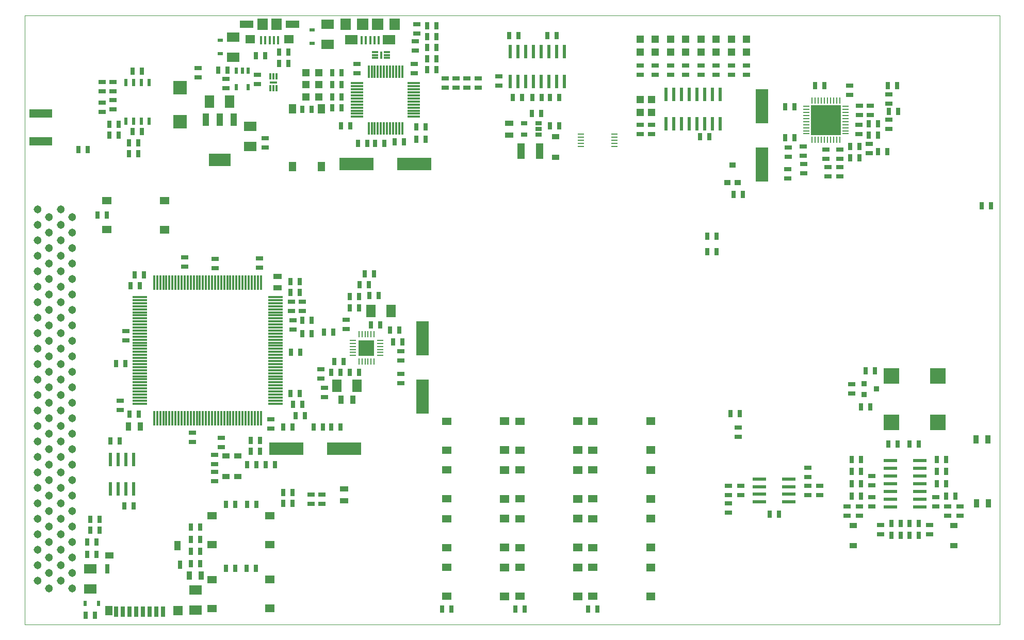
<source format=gtp>
G04 (created by PCBNEW-RS274X (2011-07-08 BZR 3044)-stable) date 07/12/2011 16:14:23*
G01*
G70*
G90*
%MOIN*%
G04 Gerber Fmt 3.4, Leading zero omitted, Abs format*
%FSLAX34Y34*%
G04 APERTURE LIST*
%ADD10C,0.006000*%
%ADD11C,0.003900*%
%ADD12R,0.040500X0.011800*%
%ADD13R,0.017700X0.051100*%
%ADD14R,0.009800X0.039300*%
%ADD15R,0.039300X0.009800*%
%ADD16R,0.098400X0.098400*%
%ADD17R,0.082600X0.220400*%
%ADD18R,0.220400X0.082600*%
%ADD19R,0.015700X0.053100*%
%ADD20R,0.070900X0.074800*%
%ADD21R,0.074800X0.074800*%
%ADD22R,0.082700X0.063000*%
%ADD23R,0.090600X0.051200*%
%ADD24R,0.063000X0.055100*%
%ADD25R,0.039300X0.027500*%
%ADD26R,0.036000X0.036000*%
%ADD27R,0.144000X0.080000*%
%ADD28R,0.040000X0.080000*%
%ADD29R,0.023600X0.041300*%
%ADD30R,0.024800X0.032600*%
%ADD31R,0.032600X0.024800*%
%ADD32R,0.047200X0.035400*%
%ADD33R,0.020000X0.045000*%
%ADD34R,0.150000X0.055000*%
%ADD35R,0.050000X0.100000*%
%ADD36R,0.080000X0.060000*%
%ADD37R,0.060000X0.080000*%
%ADD38R,0.055000X0.035000*%
%ADD39R,0.035000X0.055000*%
%ADD40R,0.045000X0.025000*%
%ADD41R,0.025000X0.045000*%
%ADD42R,0.039300X0.035400*%
%ADD43R,0.043300X0.035400*%
%ADD44R,0.086600X0.086600*%
%ADD45R,0.047200X0.047200*%
%ADD46C,0.051400*%
%ADD47R,0.051200X0.059100*%
%ADD48R,0.027600X0.068900*%
%ADD49R,0.059100X0.059100*%
%ADD50R,0.031500X0.055100*%
%ADD51R,0.031500X0.059100*%
%ADD52R,0.039400X0.061000*%
%ADD53R,0.057100X0.039400*%
%ADD54R,0.059000X0.049200*%
%ADD55R,0.049200X0.059000*%
%ADD56R,0.092500X0.011800*%
%ADD57R,0.011800X0.092500*%
%ADD58R,0.011800X0.078700*%
%ADD59R,0.078700X0.011800*%
%ADD60R,0.043300X0.009800*%
%ADD61R,0.100000X0.100000*%
%ADD62R,0.023600X0.086600*%
%ADD63R,0.086600X0.023600*%
%ADD64R,0.041300X0.009800*%
%ADD65R,0.009800X0.041300*%
%ADD66R,0.192900X0.192900*%
%ADD67R,0.011800X0.040500*%
%ADD68R,0.051100X0.017700*%
G04 APERTURE END LIST*
G54D10*
G54D11*
X62992Y00000D02*
X00000Y00000D01*
X62992Y39370D02*
X62992Y00000D01*
X00000Y39370D02*
X62992Y39370D01*
X00000Y00000D02*
X00000Y39370D01*
G54D12*
X22654Y37007D03*
X22654Y36811D03*
X22654Y36615D03*
X23408Y36615D03*
X23408Y36811D03*
X23408Y37007D03*
G54D13*
X23031Y36811D03*
G54D14*
X21595Y16989D03*
X21792Y16989D03*
X21989Y16989D03*
X22185Y16989D03*
X22382Y16989D03*
X22579Y16989D03*
G54D15*
X22972Y17382D03*
X22972Y17579D03*
X22972Y17776D03*
X22972Y17972D03*
X22972Y18169D03*
X22972Y18366D03*
G54D14*
X22579Y18759D03*
X22382Y18759D03*
X22185Y18759D03*
X21989Y18759D03*
X21792Y18759D03*
X21595Y18759D03*
G54D15*
X21202Y18366D03*
X21202Y18169D03*
X21202Y17972D03*
X21202Y17776D03*
X21202Y17579D03*
X21202Y17382D03*
G54D16*
X22087Y17874D03*
G54D17*
X47638Y33484D03*
X47638Y29744D03*
G54D18*
X20650Y11378D03*
X16910Y11378D03*
G54D17*
X25709Y14744D03*
X25709Y18484D03*
G54D10*
G36*
X24075Y30177D02*
X26279Y30177D01*
X26279Y29351D01*
X24075Y29351D01*
X24075Y30177D01*
X24075Y30177D01*
G37*
G54D18*
X21437Y29764D03*
G54D19*
X21774Y37747D03*
X22050Y37747D03*
X22325Y37747D03*
X22600Y37747D03*
X22876Y37747D03*
G54D20*
X23900Y38800D03*
X20750Y38800D03*
G54D21*
X22797Y38800D03*
X21853Y38800D03*
G54D22*
X23545Y37796D03*
X21105Y37796D03*
G54D19*
X15275Y37747D03*
X15551Y37747D03*
X15826Y37747D03*
X16101Y37747D03*
X16377Y37747D03*
G54D23*
X17302Y38800D03*
X14350Y38800D03*
G54D20*
X16279Y38800D03*
X15373Y38800D03*
G54D24*
X17086Y37835D03*
X14566Y37835D03*
G54D25*
X33210Y31655D03*
X33210Y32029D03*
X33210Y32403D03*
X32266Y32403D03*
X32266Y31655D03*
G54D26*
X54228Y14868D03*
X54228Y15568D03*
X55028Y15218D03*
G54D27*
X12599Y30038D03*
G54D28*
X12599Y32638D03*
X11699Y32638D03*
X13499Y32638D03*
G54D29*
X14429Y35787D03*
X14055Y35787D03*
X13681Y35787D03*
X13681Y34725D03*
X14429Y34725D03*
G54D30*
X03894Y01377D03*
X04768Y01377D03*
G54D31*
X12638Y37760D03*
X12638Y36886D03*
X18583Y38429D03*
X18583Y37555D03*
G54D32*
X34291Y31525D03*
X34291Y30207D03*
X12992Y10895D03*
X12992Y09577D03*
X13780Y10895D03*
X13780Y09577D03*
X60039Y05089D03*
X60039Y06407D03*
X53543Y05089D03*
X53543Y06407D03*
G54D33*
X08034Y32531D03*
X07534Y32531D03*
X07034Y32531D03*
X06534Y32531D03*
X06534Y35031D03*
X07034Y35031D03*
X07534Y35031D03*
X08034Y35031D03*
G54D34*
X01024Y33026D03*
X01024Y31226D03*
G54D35*
X32077Y30591D03*
X33277Y30591D03*
G54D36*
X19567Y38800D03*
X19567Y37500D03*
G54D37*
X22381Y20276D03*
X23681Y20276D03*
X11948Y33779D03*
X13248Y33779D03*
G54D36*
X13465Y37973D03*
X13465Y36673D03*
X04232Y03603D03*
X04232Y02303D03*
X11024Y00925D03*
X11024Y02225D03*
X14566Y30884D03*
X14566Y32184D03*
G54D37*
X21477Y15433D03*
X20177Y15433D03*
G54D38*
X16339Y22501D03*
X16339Y21751D03*
G54D39*
X20452Y14528D03*
X21202Y14528D03*
X11399Y03150D03*
X10649Y03150D03*
G54D38*
X20630Y08011D03*
X20630Y08761D03*
G54D40*
X54724Y07613D03*
X54724Y08213D03*
G54D41*
X49749Y31457D03*
X49149Y31457D03*
G54D40*
X53898Y31708D03*
X53898Y32308D03*
X54567Y30448D03*
X54567Y31048D03*
G54D41*
X55143Y32362D03*
X54543Y32362D03*
G54D40*
X51890Y29552D03*
X51890Y28952D03*
X55827Y34276D03*
X55827Y33676D03*
G54D41*
X55133Y30551D03*
X55733Y30551D03*
G54D40*
X54646Y32928D03*
X54646Y33528D03*
G54D41*
X55763Y34843D03*
X56363Y34843D03*
X55842Y33150D03*
X56442Y33150D03*
X55143Y31614D03*
X54543Y31614D03*
G54D40*
X55827Y32623D03*
X55827Y32023D03*
X58858Y07613D03*
X58858Y08213D03*
X53937Y32928D03*
X53937Y33528D03*
X51772Y30694D03*
X51772Y30094D03*
X50315Y30891D03*
X50315Y30291D03*
X52677Y30094D03*
X52677Y30694D03*
X49331Y30812D03*
X49331Y30212D03*
G54D41*
X53322Y30157D03*
X53922Y30157D03*
X53322Y30906D03*
X53922Y30906D03*
G54D42*
X45414Y28564D03*
X46082Y28564D03*
G54D43*
X45748Y29704D03*
G54D44*
X10039Y34686D03*
X10039Y32482D03*
G54D45*
X44686Y36989D03*
X44686Y37815D03*
X43702Y36989D03*
X43702Y37815D03*
X18170Y34094D03*
X18996Y34094D03*
X18170Y35669D03*
X18996Y35669D03*
X18170Y34882D03*
X18996Y34882D03*
X42716Y36989D03*
X42716Y37815D03*
X41733Y36989D03*
X41733Y37815D03*
X39764Y36989D03*
X39764Y37815D03*
X40749Y36989D03*
X40749Y37815D03*
X45670Y36989D03*
X45670Y37815D03*
X46654Y36989D03*
X46654Y37815D03*
X40512Y33091D03*
X40512Y33917D03*
X39764Y33091D03*
X39764Y33917D03*
G54D46*
X00824Y26818D03*
X01574Y26318D03*
X02324Y26818D03*
X03074Y26318D03*
X02324Y25818D03*
X03074Y25318D03*
X02324Y24818D03*
X03074Y24318D03*
X02324Y23818D03*
X03074Y23318D03*
X02324Y22818D03*
X03074Y22318D03*
X02324Y21818D03*
X03074Y21318D03*
X02324Y20818D03*
X03074Y20318D03*
X02324Y19818D03*
X03074Y19318D03*
X02324Y18818D03*
X03074Y18318D03*
X02324Y17818D03*
X03074Y17318D03*
X02324Y16818D03*
X03074Y16318D03*
X02324Y15818D03*
X03074Y15318D03*
X02324Y14818D03*
X03074Y14318D03*
X02324Y13818D03*
X03074Y13318D03*
X02324Y12818D03*
X03074Y12318D03*
X02324Y11818D03*
X03074Y11318D03*
X02324Y10818D03*
X03074Y10318D03*
X02324Y09818D03*
X03074Y09318D03*
X02324Y08818D03*
X03074Y08318D03*
X02324Y07818D03*
X03074Y07318D03*
X02324Y06818D03*
X03074Y06318D03*
X02324Y05818D03*
X03074Y05318D03*
X02324Y04818D03*
X03074Y04318D03*
X02324Y03818D03*
X03074Y03318D03*
X02324Y02818D03*
X03074Y02318D03*
X00824Y25818D03*
X01574Y25318D03*
X00824Y24818D03*
X01574Y24318D03*
X00824Y23818D03*
X01574Y23318D03*
X00824Y22818D03*
X01574Y22318D03*
X00824Y21818D03*
X01574Y21318D03*
X00824Y20818D03*
X01574Y20318D03*
X00824Y19818D03*
X01574Y19318D03*
X00824Y18818D03*
X01574Y18318D03*
X00824Y17818D03*
X01574Y17318D03*
X00824Y16818D03*
X01574Y16318D03*
X00824Y15818D03*
X01574Y15318D03*
X00824Y14818D03*
X01574Y14318D03*
X00824Y13818D03*
X01574Y13318D03*
X00824Y12818D03*
X01574Y12318D03*
X00824Y11818D03*
X01574Y11318D03*
X00824Y10818D03*
X01574Y10318D03*
X00824Y09818D03*
X01574Y09318D03*
X00824Y08818D03*
X01574Y08318D03*
X00824Y07818D03*
X01574Y07318D03*
X00824Y06818D03*
X01574Y06318D03*
X00824Y05818D03*
X01574Y05318D03*
X00824Y04818D03*
X01574Y04318D03*
X00824Y03818D03*
X01574Y03318D03*
X00824Y02818D03*
X01574Y02318D03*
G54D47*
X05433Y00886D03*
G54D48*
X05905Y00837D03*
X06338Y00837D03*
X06771Y00837D03*
X07205Y00837D03*
X07638Y00837D03*
X08071Y00837D03*
X08504Y00837D03*
X08937Y00837D03*
G54D49*
X09901Y00886D03*
G54D50*
X10039Y03858D03*
G54D51*
X05334Y03583D03*
G54D52*
X09882Y05088D03*
G54D53*
X05462Y04468D03*
G54D41*
X21983Y22677D03*
X22583Y22677D03*
X12495Y35827D03*
X13095Y35827D03*
G54D40*
X15039Y34936D03*
X15039Y35536D03*
X12992Y34661D03*
X12992Y35261D03*
G54D41*
X16432Y37008D03*
X17032Y37008D03*
X16432Y36260D03*
X17032Y36260D03*
X15536Y36772D03*
X14936Y36772D03*
G54D40*
X20787Y19709D03*
X20787Y19109D03*
X19134Y15881D03*
X19134Y16481D03*
X19370Y14700D03*
X19370Y15300D03*
G54D41*
X24198Y19016D03*
X23598Y19016D03*
X22259Y21260D03*
X22859Y21260D03*
X21629Y21969D03*
X22229Y21969D03*
X20999Y21182D03*
X21599Y21182D03*
X20999Y20473D03*
X21599Y20473D03*
X17308Y08543D03*
X16708Y08543D03*
G54D40*
X19213Y07810D03*
X19213Y08410D03*
X18504Y07810D03*
X18504Y08410D03*
G54D41*
X17308Y07835D03*
X16708Y07835D03*
X22377Y19370D03*
X22977Y19370D03*
X21599Y16299D03*
X20999Y16299D03*
G54D40*
X24291Y16206D03*
X24291Y15606D03*
X24291Y17062D03*
X24291Y17662D03*
G54D41*
X23794Y18268D03*
X24394Y18268D03*
X20615Y17008D03*
X20015Y17008D03*
X20418Y16299D03*
X19818Y16299D03*
X04031Y05314D03*
X04631Y05314D03*
X04228Y06102D03*
X04828Y06102D03*
X04031Y04527D03*
X04631Y04527D03*
X11324Y06299D03*
X10724Y06299D03*
X10724Y05511D03*
X11324Y05511D03*
X10724Y04724D03*
X11324Y04724D03*
X10724Y03936D03*
X11324Y03936D03*
G54D40*
X53447Y14918D03*
X53447Y15518D03*
G54D41*
X13607Y03622D03*
X13007Y03622D03*
X13607Y07756D03*
X13007Y07756D03*
X61826Y27047D03*
X62426Y27047D03*
X46402Y27795D03*
X45802Y27795D03*
X43637Y31535D03*
X44237Y31535D03*
X54632Y14054D03*
X54032Y14054D03*
X54928Y16399D03*
X54328Y16399D03*
X33370Y33031D03*
X32770Y33031D03*
X34552Y32244D03*
X33952Y32244D03*
X14946Y03622D03*
X14346Y03622D03*
X14985Y07756D03*
X14385Y07756D03*
X27564Y00984D03*
X26964Y00984D03*
X37013Y00984D03*
X36413Y00984D03*
X32288Y00984D03*
X31688Y00984D03*
G54D40*
X39764Y31708D03*
X39764Y32308D03*
X40512Y31708D03*
X40512Y32308D03*
X39764Y35528D03*
X39764Y36128D03*
X40749Y35528D03*
X40749Y36128D03*
X41733Y35528D03*
X41733Y36128D03*
X42716Y35528D03*
X42716Y36128D03*
X43702Y35528D03*
X43702Y36128D03*
X44686Y35528D03*
X44686Y36128D03*
X45670Y35528D03*
X45670Y36128D03*
X46654Y35527D03*
X46654Y36127D03*
G54D41*
X51678Y34843D03*
X51078Y34843D03*
G54D40*
X53307Y34228D03*
X53307Y34828D03*
X52677Y29552D03*
X52677Y28952D03*
X49291Y29434D03*
X49291Y28834D03*
X50354Y29149D03*
X50354Y29749D03*
X46102Y12141D03*
X46102Y12741D03*
G54D41*
X45606Y13622D03*
X46206Y13622D03*
G54D40*
X54724Y08991D03*
X54724Y09591D03*
X45472Y07820D03*
X45472Y07220D03*
X50590Y09542D03*
X50590Y10142D03*
X45472Y08961D03*
X45472Y08361D03*
X46260Y08361D03*
X46260Y08961D03*
X51378Y08361D03*
X51378Y08961D03*
X50590Y08361D03*
X50590Y08961D03*
G54D41*
X48125Y07126D03*
X48725Y07126D03*
G54D40*
X59646Y07023D03*
X59646Y07623D03*
X60433Y07023D03*
X60433Y07623D03*
G54D41*
X59552Y09095D03*
X58952Y09095D03*
X59543Y08307D03*
X60143Y08307D03*
X58952Y09882D03*
X59552Y09882D03*
X59552Y10669D03*
X58952Y10669D03*
G54D40*
X58465Y05842D03*
X58465Y06442D03*
G54D41*
X57780Y06536D03*
X57180Y06536D03*
X57180Y05748D03*
X57780Y05748D03*
X56599Y05748D03*
X55999Y05748D03*
X55999Y06536D03*
X56599Y06536D03*
X57780Y11654D03*
X57180Y11654D03*
X56402Y11654D03*
X55802Y11654D03*
G54D40*
X55315Y05842D03*
X55315Y06442D03*
G54D41*
X53440Y10669D03*
X54040Y10669D03*
X54040Y09882D03*
X53440Y09882D03*
X54040Y08307D03*
X53440Y08307D03*
X53440Y09095D03*
X54040Y09095D03*
G54D40*
X53150Y07023D03*
X53150Y07623D03*
X53937Y07023D03*
X53937Y07623D03*
G54D41*
X34355Y38071D03*
X33755Y38071D03*
X04828Y06811D03*
X04228Y06811D03*
X06432Y07677D03*
X07032Y07677D03*
X05527Y11850D03*
X06127Y11850D03*
X31314Y38070D03*
X31914Y38070D03*
X32810Y34054D03*
X33410Y34054D03*
X31550Y34054D03*
X32150Y34054D03*
G54D40*
X30630Y34817D03*
X30630Y35417D03*
G54D41*
X34552Y34055D03*
X33952Y34055D03*
X03932Y00591D03*
X04532Y00591D03*
X06747Y30433D03*
X07347Y30433D03*
G54D40*
X15551Y30841D03*
X15551Y31441D03*
X05709Y35065D03*
X05709Y34465D03*
X05000Y33125D03*
X05000Y33725D03*
X11220Y35969D03*
X11220Y35369D03*
X05000Y34465D03*
X05000Y35065D03*
G54D41*
X07584Y35750D03*
X06984Y35750D03*
G54D40*
X05709Y33284D03*
X05709Y33884D03*
G54D41*
X06087Y31614D03*
X05487Y31614D03*
X06747Y31142D03*
X07347Y31142D03*
X19346Y18898D03*
X19946Y18898D03*
X04698Y26458D03*
X05298Y26458D03*
X15221Y11890D03*
X14621Y11890D03*
X15221Y11181D03*
X14621Y11181D03*
X17928Y19646D03*
X18528Y19646D03*
G54D40*
X17323Y19670D03*
X17323Y19070D03*
X12283Y10369D03*
X12283Y10969D03*
X12283Y09867D03*
X12283Y09267D03*
X10354Y23125D03*
X10354Y23725D03*
X06535Y18961D03*
X06535Y18361D03*
X12717Y12072D03*
X12717Y11472D03*
X15157Y23046D03*
X15157Y23646D03*
G54D41*
X17220Y17598D03*
X17820Y17598D03*
G54D40*
X15906Y13253D03*
X15906Y12653D03*
X12303Y23027D03*
X12303Y23627D03*
G54D41*
X07426Y21890D03*
X06826Y21890D03*
X17928Y18780D03*
X18528Y18780D03*
G54D40*
X10827Y12406D03*
X10827Y11806D03*
G54D41*
X06520Y16850D03*
X05920Y16850D03*
G54D40*
X17953Y20251D03*
X17953Y20851D03*
G54D41*
X17780Y14921D03*
X17180Y14921D03*
X17938Y14213D03*
X17338Y14213D03*
X18095Y13504D03*
X17495Y13504D03*
G54D40*
X17244Y20251D03*
X17244Y20851D03*
G54D41*
X17180Y22165D03*
X17780Y22165D03*
X17180Y21457D03*
X17780Y21457D03*
G54D40*
X06181Y14473D03*
X06181Y13873D03*
G54D41*
X07702Y22598D03*
X07102Y22598D03*
X07387Y13583D03*
X06787Y13583D03*
X18676Y12756D03*
X19276Y12756D03*
X19818Y12756D03*
X20418Y12756D03*
X16708Y12756D03*
X17308Y12756D03*
X14985Y10315D03*
X14385Y10315D03*
X15566Y10315D03*
X16166Y10315D03*
X26599Y35866D03*
X25999Y35866D03*
G54D40*
X27166Y35301D03*
X27166Y34701D03*
G54D41*
X26599Y36574D03*
X25999Y36574D03*
G54D40*
X27874Y35301D03*
X27874Y34701D03*
G54D41*
X26599Y37992D03*
X25999Y37992D03*
X26599Y38701D03*
X25999Y38701D03*
G54D40*
X29292Y34701D03*
X29292Y35301D03*
X28583Y34701D03*
X28583Y35301D03*
G54D41*
X44109Y24094D03*
X44709Y24094D03*
X44109Y25079D03*
X44709Y25079D03*
X19857Y33386D03*
X20457Y33386D03*
G54D40*
X25354Y38204D03*
X25354Y38804D03*
G54D41*
X18528Y33307D03*
X17928Y33307D03*
X20457Y35669D03*
X19857Y35669D03*
G54D40*
X25236Y37102D03*
X25236Y37702D03*
G54D41*
X20457Y34094D03*
X19857Y34094D03*
X21550Y31102D03*
X22150Y31102D03*
X20457Y34882D03*
X19857Y34882D03*
X26599Y37283D03*
X25999Y37283D03*
X22653Y31102D03*
X23253Y31102D03*
X25291Y32165D03*
X25891Y32165D03*
X25291Y31378D03*
X25891Y31378D03*
G54D40*
X25157Y35645D03*
X25157Y36245D03*
G54D41*
X21048Y32244D03*
X20448Y32244D03*
X23913Y31181D03*
X24513Y31181D03*
G54D40*
X21457Y35645D03*
X21457Y36245D03*
G54D41*
X06087Y32323D03*
X05487Y32323D03*
G54D38*
X31299Y31633D03*
X31299Y32383D03*
G54D39*
X07462Y12795D03*
X06712Y12795D03*
G54D10*
G36*
X40159Y02067D02*
X40749Y02067D01*
X40749Y01575D01*
X40159Y01575D01*
X40159Y02067D01*
X40159Y02067D01*
G37*
G36*
X40159Y03937D02*
X40749Y03937D01*
X40749Y03445D01*
X40159Y03445D01*
X40159Y03937D01*
X40159Y03937D01*
G37*
G54D54*
X36714Y03691D03*
X36714Y01821D03*
G54D10*
G36*
X35434Y02067D02*
X36024Y02067D01*
X36024Y01575D01*
X35434Y01575D01*
X35434Y02067D01*
X35434Y02067D01*
G37*
G36*
X35434Y03937D02*
X36024Y03937D01*
X36024Y03445D01*
X35434Y03445D01*
X35434Y03937D01*
X35434Y03937D01*
G37*
G54D54*
X31989Y03691D03*
X31989Y01821D03*
G54D10*
G36*
X30710Y02067D02*
X31300Y02067D01*
X31300Y01575D01*
X30710Y01575D01*
X30710Y02067D01*
X30710Y02067D01*
G37*
G36*
X30710Y03937D02*
X31300Y03937D01*
X31300Y03445D01*
X30710Y03445D01*
X30710Y03937D01*
X30710Y03937D01*
G37*
G54D54*
X27265Y03691D03*
X27265Y01821D03*
G54D10*
G36*
X30710Y11517D02*
X31300Y11517D01*
X31300Y11025D01*
X30710Y11025D01*
X30710Y11517D01*
X30710Y11517D01*
G37*
G36*
X30710Y13387D02*
X31300Y13387D01*
X31300Y12895D01*
X30710Y12895D01*
X30710Y13387D01*
X30710Y13387D01*
G37*
G54D54*
X27265Y13141D03*
X27265Y11271D03*
G54D10*
G36*
X30710Y08367D02*
X31300Y08367D01*
X31300Y07875D01*
X30710Y07875D01*
X30710Y08367D01*
X30710Y08367D01*
G37*
G36*
X30710Y10237D02*
X31300Y10237D01*
X31300Y09745D01*
X30710Y09745D01*
X30710Y10237D01*
X30710Y10237D01*
G37*
G54D54*
X27265Y09991D03*
X27265Y08121D03*
G54D10*
G36*
X30710Y05217D02*
X31300Y05217D01*
X31300Y04725D01*
X30710Y04725D01*
X30710Y05217D01*
X30710Y05217D01*
G37*
G36*
X30710Y07087D02*
X31300Y07087D01*
X31300Y06595D01*
X30710Y06595D01*
X30710Y07087D01*
X30710Y07087D01*
G37*
G54D54*
X27265Y06841D03*
X27265Y04971D03*
G54D10*
G36*
X15551Y01280D02*
X16141Y01280D01*
X16141Y00788D01*
X15551Y00788D01*
X15551Y01280D01*
X15551Y01280D01*
G37*
G36*
X15551Y03150D02*
X16141Y03150D01*
X16141Y02658D01*
X15551Y02658D01*
X15551Y03150D01*
X15551Y03150D01*
G37*
G54D54*
X12106Y02904D03*
X12106Y01034D03*
X15846Y05167D03*
X15846Y07037D03*
X12106Y07037D03*
X12106Y05167D03*
G54D10*
G36*
X40159Y05217D02*
X40749Y05217D01*
X40749Y04725D01*
X40159Y04725D01*
X40159Y05217D01*
X40159Y05217D01*
G37*
G36*
X40159Y07087D02*
X40749Y07087D01*
X40749Y06595D01*
X40159Y06595D01*
X40159Y07087D01*
X40159Y07087D01*
G37*
G54D54*
X36714Y06841D03*
X36714Y04971D03*
G54D10*
G36*
X40159Y08367D02*
X40749Y08367D01*
X40749Y07875D01*
X40159Y07875D01*
X40159Y08367D01*
X40159Y08367D01*
G37*
G36*
X40159Y10237D02*
X40749Y10237D01*
X40749Y09745D01*
X40159Y09745D01*
X40159Y10237D01*
X40159Y10237D01*
G37*
G54D54*
X36714Y09991D03*
X36714Y08121D03*
G54D10*
G36*
X40159Y11517D02*
X40749Y11517D01*
X40749Y11025D01*
X40159Y11025D01*
X40159Y11517D01*
X40159Y11517D01*
G37*
G36*
X40159Y13387D02*
X40749Y13387D01*
X40749Y12895D01*
X40159Y12895D01*
X40159Y13387D01*
X40159Y13387D01*
G37*
G54D54*
X36714Y13141D03*
X36714Y11271D03*
G54D10*
G36*
X35434Y05217D02*
X36024Y05217D01*
X36024Y04725D01*
X35434Y04725D01*
X35434Y05217D01*
X35434Y05217D01*
G37*
G36*
X35434Y07087D02*
X36024Y07087D01*
X36024Y06595D01*
X35434Y06595D01*
X35434Y07087D01*
X35434Y07087D01*
G37*
G54D54*
X31989Y06841D03*
X31989Y04971D03*
G54D10*
G36*
X35434Y08367D02*
X36024Y08367D01*
X36024Y07875D01*
X35434Y07875D01*
X35434Y08367D01*
X35434Y08367D01*
G37*
G36*
X35434Y10237D02*
X36024Y10237D01*
X36024Y09745D01*
X35434Y09745D01*
X35434Y10237D01*
X35434Y10237D01*
G37*
G54D54*
X31989Y09991D03*
X31989Y08121D03*
G54D10*
G36*
X35434Y11517D02*
X36024Y11517D01*
X36024Y11025D01*
X35434Y11025D01*
X35434Y11517D01*
X35434Y11517D01*
G37*
G36*
X35434Y13387D02*
X36024Y13387D01*
X36024Y12895D01*
X35434Y12895D01*
X35434Y13387D01*
X35434Y13387D01*
G37*
G54D54*
X31989Y13141D03*
X31989Y11271D03*
G54D10*
G36*
X08739Y25769D02*
X09329Y25769D01*
X09329Y25277D01*
X08739Y25277D01*
X08739Y25769D01*
X08739Y25769D01*
G37*
G36*
X08739Y27639D02*
X09329Y27639D01*
X09329Y27147D01*
X08739Y27147D01*
X08739Y27639D01*
X08739Y27639D01*
G37*
G54D54*
X05294Y27393D03*
X05294Y25523D03*
G54D55*
X17293Y29587D03*
X19163Y29587D03*
X19163Y33327D03*
X17293Y33327D03*
G54D56*
X16190Y14273D03*
X16190Y14469D03*
X16190Y14666D03*
X16190Y14863D03*
X16190Y15060D03*
X16190Y15257D03*
X16190Y15454D03*
X16190Y15651D03*
X16190Y15847D03*
X16190Y16044D03*
X16190Y16241D03*
X16190Y16438D03*
X16190Y16635D03*
X16190Y16832D03*
X16190Y17029D03*
X16190Y17225D03*
X16190Y17422D03*
X16190Y17619D03*
X16190Y17815D03*
X16190Y18012D03*
X16190Y18209D03*
X16190Y18405D03*
X16190Y18602D03*
X16190Y18799D03*
X16190Y18996D03*
X16190Y19193D03*
X16190Y19390D03*
X16190Y19587D03*
X16190Y19783D03*
X16190Y19980D03*
X16190Y20177D03*
X16190Y20374D03*
X16190Y20571D03*
X16190Y20768D03*
X16190Y20965D03*
X16190Y21161D03*
G54D57*
X15255Y22096D03*
X15059Y22096D03*
X14862Y22096D03*
X14665Y22096D03*
X14468Y22096D03*
X14271Y22096D03*
X14074Y22096D03*
X13877Y22096D03*
X13681Y22096D03*
X13484Y22096D03*
X13287Y22096D03*
X13090Y22096D03*
X12893Y22096D03*
X12696Y22096D03*
X12499Y22096D03*
X12303Y22096D03*
X12106Y22096D03*
X11909Y22096D03*
X11713Y22096D03*
X11516Y22096D03*
X11319Y22096D03*
X11123Y22096D03*
X10926Y22096D03*
X10729Y22096D03*
X10532Y22096D03*
X10335Y22096D03*
X10138Y22096D03*
X09941Y22096D03*
X09745Y22096D03*
X09548Y22096D03*
X09351Y22096D03*
X09154Y22096D03*
X08957Y22096D03*
X08760Y22096D03*
X08563Y22096D03*
X08367Y22096D03*
G54D56*
X07432Y21161D03*
X07432Y20965D03*
X07432Y20768D03*
X07432Y20571D03*
X07432Y20374D03*
X07432Y20177D03*
X07432Y19980D03*
X07432Y19783D03*
X07432Y19587D03*
X07432Y19390D03*
X07432Y19193D03*
X07432Y18996D03*
X07432Y18799D03*
X07432Y18602D03*
X07432Y18405D03*
X07432Y18209D03*
X07432Y18012D03*
X07432Y17815D03*
X07432Y17619D03*
X07432Y17422D03*
X07432Y17225D03*
X07432Y17029D03*
X07432Y16832D03*
X07432Y16635D03*
X07432Y16438D03*
X07432Y16241D03*
X07432Y16044D03*
X07432Y15847D03*
X07432Y15651D03*
X07432Y15454D03*
X07432Y15257D03*
X07432Y15060D03*
X07432Y14863D03*
X07432Y14666D03*
X07432Y14469D03*
X07432Y14273D03*
G54D57*
X08367Y13338D03*
X08563Y13338D03*
X08760Y13338D03*
X08957Y13338D03*
X09154Y13338D03*
X09351Y13338D03*
X09548Y13338D03*
X09745Y13338D03*
X09941Y13338D03*
X10138Y13338D03*
X10335Y13338D03*
X10532Y13338D03*
X10729Y13338D03*
X10926Y13338D03*
X11123Y13338D03*
X11319Y13338D03*
X11516Y13338D03*
X11713Y13338D03*
X11909Y13338D03*
X12106Y13338D03*
X12303Y13338D03*
X12499Y13338D03*
X12696Y13338D03*
X12893Y13338D03*
X13090Y13338D03*
X13287Y13338D03*
X13484Y13338D03*
X13681Y13338D03*
X13877Y13338D03*
X14074Y13338D03*
X14271Y13338D03*
X14468Y13338D03*
X14665Y13338D03*
X14862Y13338D03*
X15059Y13338D03*
X15255Y13338D03*
G54D58*
X22225Y32068D03*
X22422Y32068D03*
X22619Y32068D03*
X22815Y32068D03*
X23012Y32068D03*
X23209Y32068D03*
X23405Y32068D03*
X23602Y32068D03*
X23799Y32068D03*
X23995Y32068D03*
X24192Y32068D03*
X24389Y32068D03*
G54D59*
X25137Y32816D03*
X25137Y33013D03*
X25137Y33210D03*
X25137Y33406D03*
X25137Y33603D03*
X25137Y33800D03*
X25137Y33996D03*
X25137Y34193D03*
X25137Y34390D03*
X25137Y34586D03*
X25137Y34783D03*
X25137Y34980D03*
G54D58*
X24389Y35728D03*
X24192Y35728D03*
X23995Y35728D03*
X23799Y35728D03*
X23602Y35728D03*
X23405Y35728D03*
X23209Y35728D03*
X23012Y35728D03*
X22815Y35728D03*
X22619Y35728D03*
X22422Y35728D03*
X22225Y35728D03*
G54D59*
X21477Y34980D03*
X21477Y34783D03*
X21477Y34586D03*
X21477Y34390D03*
X21477Y34193D03*
X21477Y33996D03*
X21477Y33800D03*
X21477Y33603D03*
X21477Y33406D03*
X21477Y33210D03*
X21477Y33013D03*
X21477Y32816D03*
G54D60*
X35926Y31692D03*
X35926Y31495D03*
X35926Y31299D03*
X35926Y31103D03*
X35926Y30906D03*
X38090Y30906D03*
X38090Y31103D03*
X38090Y31299D03*
X38090Y31495D03*
X38090Y31692D03*
G54D61*
X59021Y16066D03*
X56021Y16066D03*
X59021Y13066D03*
X56021Y13066D03*
G54D62*
X44938Y34261D03*
X44438Y34261D03*
X43938Y34261D03*
X43438Y34261D03*
X42940Y34261D03*
X42440Y34261D03*
X41940Y34261D03*
X41440Y34261D03*
X41440Y32353D03*
X41940Y32353D03*
X42440Y32353D03*
X42940Y32353D03*
X43438Y32353D03*
X43938Y32353D03*
X44438Y32353D03*
X44938Y32353D03*
G54D63*
X55936Y10594D03*
X55936Y10094D03*
X55936Y09594D03*
X55936Y09095D03*
X55936Y08596D03*
X55936Y08096D03*
X55936Y07596D03*
X57844Y07596D03*
X57844Y08096D03*
X57844Y08596D03*
X57844Y09095D03*
X57844Y09594D03*
X57844Y10094D03*
X57844Y10594D03*
G54D62*
X31361Y35108D03*
X31861Y35108D03*
X32361Y35108D03*
X32861Y35108D03*
X33359Y35108D03*
X33859Y35108D03*
X34359Y35108D03*
X34859Y35108D03*
X34859Y37016D03*
X34359Y37016D03*
X33859Y37016D03*
X33359Y37016D03*
X32861Y37016D03*
X32361Y37016D03*
X31861Y37016D03*
X31361Y37016D03*
X07048Y10678D03*
X06548Y10678D03*
X06050Y10678D03*
X05550Y10678D03*
X05550Y08770D03*
X06050Y08770D03*
X06548Y08770D03*
X07048Y08770D03*
G54D63*
X49379Y07912D03*
X49379Y08412D03*
X49379Y08910D03*
X49379Y09410D03*
X47471Y09410D03*
X47471Y08910D03*
X47471Y08412D03*
X47471Y07912D03*
G54D64*
X53041Y31713D03*
X53041Y31910D03*
X53041Y32106D03*
X53041Y32303D03*
X53041Y32500D03*
X53041Y32696D03*
X53041Y32893D03*
X53041Y33090D03*
X53041Y33286D03*
X53041Y33483D03*
G54D65*
X52657Y33867D03*
X52460Y33867D03*
X52264Y33867D03*
X52067Y33867D03*
X51870Y33867D03*
X51674Y33867D03*
X51477Y33867D03*
X51280Y33867D03*
X51084Y33867D03*
X50887Y33867D03*
G54D64*
X50503Y33483D03*
X50503Y33286D03*
X50503Y33090D03*
X50503Y32893D03*
X50503Y32696D03*
X50503Y32500D03*
X50503Y32303D03*
X50503Y32106D03*
X50503Y31910D03*
X50503Y31713D03*
G54D65*
X50887Y31329D03*
X51084Y31329D03*
X51280Y31329D03*
X51477Y31329D03*
X51674Y31329D03*
X51870Y31329D03*
X52067Y31329D03*
X52264Y31329D03*
X52460Y31329D03*
X52657Y31329D03*
G54D66*
X51772Y32598D03*
G54D41*
X49749Y33465D03*
X49149Y33465D03*
G54D39*
X61475Y11969D03*
X62225Y11969D03*
X61515Y07835D03*
X62265Y07835D03*
G54D41*
X04080Y30709D03*
X03480Y30709D03*
X06983Y31850D03*
X07583Y31850D03*
G54D67*
X16259Y35416D03*
X16063Y35416D03*
X15867Y35416D03*
X15867Y34662D03*
X16063Y34662D03*
X16259Y34662D03*
G54D68*
X16063Y35039D03*
M02*

</source>
